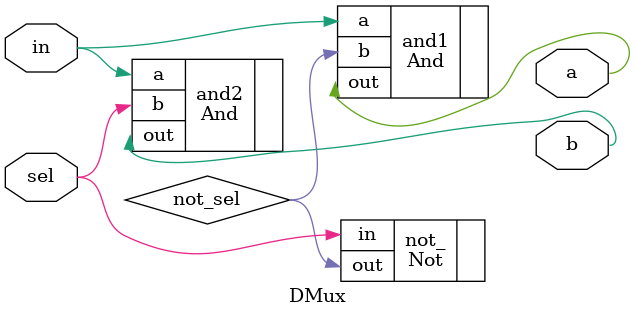
<source format=sv>
module DMux(
	input logic in,
	input logic sel,
	output logic a,
	output logic b
);
	logic not_sel;
	Not not_(
		.in(sel),
		.out(not_sel)
	);

	And and1(
		.a(in),
		.b(not_sel),
		.out(a)
	);

	And and2(
		.a(in),
		.b(sel),
		.out(b)
	);
endmodule

</source>
